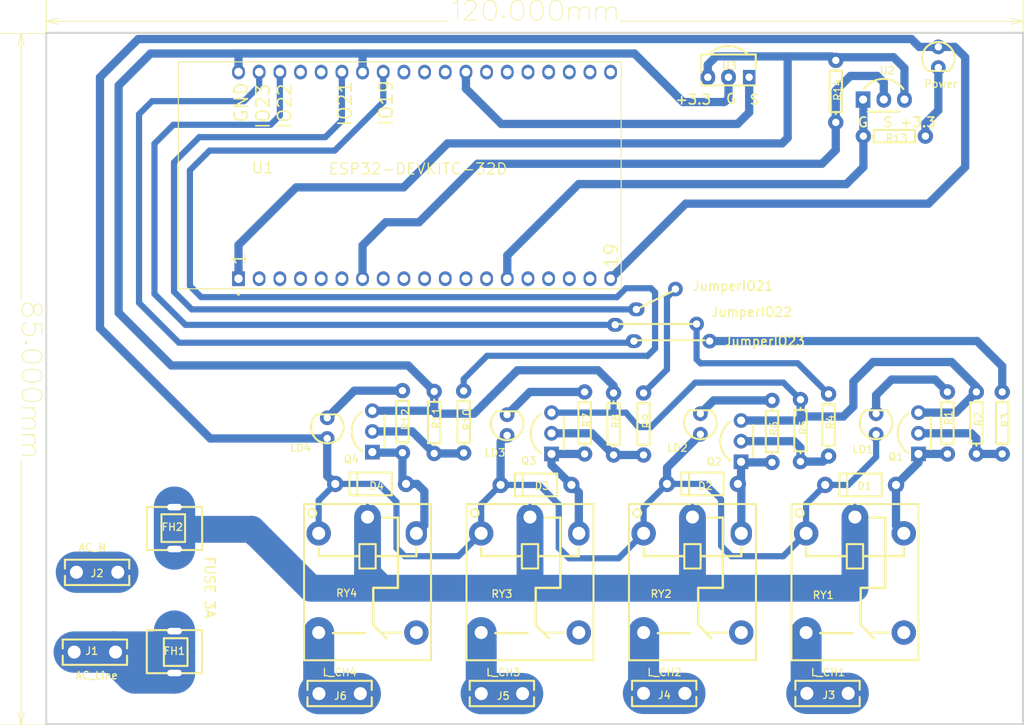
<source format=kicad_pcb>
(kicad_pcb (version 20240108) (generator "pcbnew") (generator_version "8.0")
  (layers (0 "F.Cu" signal "TopLayer") (31 "B.Cu" signal "BottomLayer") (34 "B.Paste" user "BottomPasteMaskLayer") (35 "F.Paste" user "TopPasteMaskLayer") (36 "B.SilkS" user "BottomSilkLayer") (37 "F.SilkS" user "TopSilkLayer") (38 "B.Mask" user "BottomSolderMaskLayer") (39 "F.Mask" user "TopSolderMaskLayer") (44 "Edge.Cuts" user "BoardOutLine"))
  (net 0 "")
  (net 1 "U1_J3-6")
  (net 2 "U1_J3-3")
  (net 3 "+5V")
  (net 4 "GND")
  (net 5 "U1_J2-7")
  (net 6 "+3.3V")
  (net 7 "U1_J3-12")
  (net 8 "U1_J3-8")
  (net 9 "LED5_2")
  (net 10 "J2_1")
  (net 11 "U1_J3-2")
  (net 12 "R6_2")
  (net 13 "Q3_2")
  (net 14 "R12_2")
  (net 15 "R10_1")
  (net 16 "D4_2")
  (net 17 "LD3_2")
  (net 18 "Q3_1")
  (net 19 "R4_1")
  (net 20 "D2_2")
  (net 21 "LD1_2")
  (net 22 "Q1_2")
  (net 23 "Q1_1")
  (net 24 "FH1_1")
  (net 25 "RY4_2")
  (net 26 "RY3_2")
  (net 27 "RY1_2")
  (net 28 "RY2_2")
  (net 29 "RY1_5")
  (net 30 "RY1_3")
  (net 31 "RY2_3")
  (net 32 "RY3_3")
  (net 33 "RY4_3")
  (net 34 "U1_J3-19")
  (net 35 "U1_J3-18")
  (net 36 "U1_J3-17")
  (net 37 "U1_J3-16")
  (net 38 "U1_J3-15")
  (net 39 "U1_J3-14")
  (net 40 "U1_J3-13")
  (net 41 "U1_J3-11")
  (net 42 "U1_J3-10")
  (net 43 "U1_J3-9")
  (net 44 "U1_J3-5")
  (net 45 "U1_J3-4")
  (net 46 "U1_J2-18")
  (net 47 "U1_J2-17")
  (net 48 "U1_J2-16")
  (net 49 "U1_J2-15")
  (net 50 "U1_J2-13")
  (net 51 "U1_J2-12")
  (net 52 "U1_J2-11")
  (net 53 "U1_J2-10")
  (net 54 "U1_J2-9")
  (net 55 "U1_J2-8")
  (net 56 "U1_J2-6")
  (net 57 "U1_J2-5")
  (net 58 "U1_J2-4")
  (net 59 "U1_J2-3")
  (net 60 "U1_J2-2")
  (footprint "Pad_gge10248" (layer "F.Cu") (at 167.2998 91.5001)
    (property "Reference" "Pad_gge10248" (hide yes))
    (property "Value" "Pad_gge10248" (hide yes))
  )
  (footprint "RELAY-TH_SRD-XXVDC-XL-C" (layer "F.Cu") (at 169.3952 126.63305 -90)
    (property "Reference" "RY2")
    (property "Value" "CH2" (hide yes))
  )
  (footprint "LED-TH_BD3.0_RED" (layer "F.Cu") (at 146.6177 108.21805 180)
    (property "Reference" "LD3")
    (property "Value" "CH3" (hide yes))
  )
  (footprint "LED-TH_BD3.0_RED" (layer "F.Cu") (at 199.5998 63)
    (property "Reference" "LED5" (hide yes))
    (property "Value" "Power")
  )
  (footprint "R_AXIAL-0.3" (layer "F.Cu") (at 156.1427 107.96405 90)
    (property "Reference" "R7")
    (property "Value" "1.5k" (hide yes))
  )
  (footprint "DO-41_BD2.4-L4.7-P8.70-D0.9-RD" (layer "F.Cu") (at 150.1737 115.58405)
    (property "Reference" "D3")
    (property "Value" "1N4007" (hide yes))
  )
  (footprint "Hole_gge5085" (layer "F.Cu") (at 92.794 142.423)
    (property "Reference" "Hole_gge5085" (hide yes))
    (property "Value" "Hole_gge5085" (hide yes))
  )
  (footprint "TO-92-3_L4.9-W3.7-P2.54-L" (layer "F.Cu") (at 175.3636 110.20395 90)
    (property "Reference" "Q2")
    (property "Value" "BC338" (hide yes))
  )
  (footprint "R_AXIAL-0.3" (layer "F.Cu") (at 179.1636 109.00395 90)
    (property "Reference" "R6")
    (property "Value" "1.5k" (hide yes))
  )
  (footprint "R_AXIAL-0.3" (layer "F.Cu") (at 141.2837 107.83705 90)
    (property "Reference" "R10")
    (property "Value" "1k" (hide yes))
  )
  (footprint "COMM-SMD_ESP32-DEVKITC-32D" (layer "F.Cu") (at 136.482 77.526 90)
    (property "Reference" "U1")
    (property "Value" "ESP32-DEVKITC-32D")
  )
  (footprint "Hole_gge5100" (layer "F.Cu") (at 207.094 142.296)
    (property "Reference" "Hole_gge5100" (hide yes))
    (property "Value" "Hole_gge5100" (hide yes))
  )
  (footprint "DO-41_BD2.4-L4.7-P8.70-D0.9-RD" (layer "F.Cu") (at 129.8537 115.45705)
    (property "Reference" "D4")
    (property "Value" "1N4007" (hide yes))
  )
  (footprint "R_AXIAL-0.3" (layer "F.Cu") (at 159.6987 108.09105 -90)
    (property "Reference" "R8")
    (property "Value" "10k" (hide yes))
  )
  (footprint "R_AXIAL-0.3" (layer "F.Cu") (at 204.2757 107.96405 -90)
    (property "Reference" "R2")
    (property "Value" "10k" (hide yes))
  )
  (footprint "CONN-TH_63849-1" (layer "F.Cu") (at 126.0437 141.23805 180)
    (property "Reference" "J6")
    (property "Value" "L_CH4")
  )
  (footprint "R_AXIAL-0.3" (layer "F.Cu") (at 200.7197 107.96405 90)
    (property "Reference" "R1")
    (property "Value" "1.5k" (hide yes))
  )
  (footprint "FUSE-TH_5X20RHOSFUSECLIP-SEAT" (layer "F.Cu") (at 105.756 136.13 -90)
    (property "Reference" "FH1")
    (property "Value" "5x20 RHOS Fuse clip/seat" (hide yes))
  )
  (footprint "OPTO-TH_VS1838B" (layer "F.Cu") (at 173.82 65.461 180)
    (property "Reference" "U3")
    (property "Value" "VS1838B" (hide yes))
  )
  (footprint "LED-TH_BD3.0_RED" (layer "F.Cu") (at 124.5197 108.59905 180)
    (property "Reference" "LD4")
    (property "Value" "CH4" (hide yes))
  )
  (footprint "R_AXIAL-0.3" (layer "F.Cu") (at 133.7636 107.80395 90)
    (property "Reference" "R12")
    (property "Value" "1.5k" (hide yes))
  )
  (footprint "R_AXIAL-0.3" (layer "F.Cu") (at 186.1147 108.21805 90)
    (property "Reference" "R4")
    (property "Value" "1k" (hide yes))
  )
  (footprint "Pad_gge10031" (layer "F.Cu") (at 162.1998 97.8998)
    (property "Reference" "Pad_gge10031" (hide yes))
    (property "Value" "Pad_gge10031" (hide yes))
  )
  (footprint "R_AXIAL-0.3" (layer "F.Cu") (at 194.1998 72.7)
    (property "Reference" "R13")
    (property "Value" "470" (hide yes))
  )
  (footprint "R_AXIAL-0.3" (layer "F.Cu") (at 186.9998 67.2 -90)
    (property "Reference" "R14")
    (property "Value" "3K" (hide yes))
  )
  (footprint "LED-TH_BD3.0_RED" (layer "F.Cu") (at 191.9567 108.09105 180)
    (property "Reference" "LD1")
    (property "Value" "CH1" (hide yes))
  )
  (footprint "CONN-TH_63849-1" (layer "F.Cu") (at 145.9827 141.23805 180)
    (property "Reference" "J5")
    (property "Value" "L_CH3")
  )
  (footprint "CONN-TH_63849-1" (layer "F.Cu") (at 95.977 136.13)
    (property "Reference" "J1")
    (property "Value" "AC_Line")
  )
  (footprint "Hole_gge5052" (layer "F.Cu") (at 92.921 62.54)
    (property "Reference" "Hole_gge5052" (hide yes))
    (property "Value" "Hole_gge5052" (hide yes))
  )
  (footprint "RELAY-TH_SRD-XXVDC-XL-C" (layer "F.Cu") (at 129.474 126.63305 -90)
    (property "Reference" "RY4")
    (property "Value" "CH4" (hide yes))
  )
  (footprint "RELAY-TH_SRD-XXVDC-XL-C" (layer "F.Cu") (at 149.4333 126.63305 -90)
    (property "Reference" "RY3")
    (property "Value" "CH3" (hide yes))
  )
  (footprint "FUSE-TH_5X20RHOSFUSECLIP-SEAT" (layer "F.Cu") (at 105.756 120.89 90)
    (property "Reference" "FH2")
    (property "Value" "5x20 RHOS Fuse clip/seat" (hide yes))
  )
  (footprint "TO-92-3_L4.9-W3.7-P2.54-L" (layer "F.Cu") (at 197.1637 109.23405 90)
    (property "Reference" "Q1")
    (property "Value" "BC338" (hide yes))
  )
  (footprint "R_AXIAL-0.3" (layer "F.Cu") (at 137.6636 107.90395 -90)
    (property "Reference" "R11")
    (property "Value" "10k" (hide yes))
  )
  (footprint "Pad_gge10055" (layer "F.Cu") (at 171.5 97.8998)
    (property "Reference" "Pad_gge10055" (hide yes))
    (property "Value" "Pad_gge10055" (hide yes))
  )
  (footprint "TO-92-3_L4.9-W3.7-P2.54-L" (layer "F.Cu") (at 152.0787 109.23405 90)
    (property "Reference" "Q3")
    (property "Value" "BC338" (hide yes))
  )
  (footprint "R_AXIAL-0.3" (layer "F.Cu") (at 182.6636 108.90395 -90)
    (property "Reference" "R5")
    (property "Value" "10k" (hide yes))
  )
  (footprint "Hole_gge5070" (layer "F.Cu") (at 207.475 62.54)
    (property "Reference" "Hole_gge5070" (hide yes))
    (property "Value" "Hole_gge5070" (hide yes))
  )
  (footprint "DO-41_BD2.4-L4.7-P8.70-D0.9-RD" (layer "F.Cu") (at 170.6207 115.45705)
    (property "Reference" "D2")
    (property "Value" "1N4007" (hide yes))
  )
  (footprint "RELAY-TH_SRD-XXVDC-XL-C" (layer "F.Cu") (at 189.357 126.63305 -90)
    (property "Reference" "RY1")
    (property "Value" "CH1" (hide yes))
  )
  (footprint "DO-41_BD2.4-L4.7-P8.70-D0.9-RD" (layer "F.Cu") (at 190.0517 115.58405)
    (property "Reference" "D1")
    (property "Value" "1N4007" (hide yes))
  )
  (footprint "Pad_gge10216" (layer "F.Cu") (at 159.8998 95.8999)
    (property "Reference" "Pad_gge10216" (hide yes))
    (property "Value" "Pad_gge10216" (hide yes))
  )
  (footprint "Pad_gge10293" (layer "F.Cu") (at 162.5 93.9999)
    (property "Reference" "Pad_gge10293" (hide yes))
    (property "Value" "Pad_gge10293" (hide yes))
  )
  (footprint "CONN-TH_63849-1" (layer "F.Cu") (at 165.9217 141.20805)
    (property "Reference" "J4")
    (property "Value" "L_CH2")
  )
  (footprint "CONN-TH_63849-1" (layer "F.Cu") (at 185.9877 141.20805)
    (property "Reference" "J3")
    (property "Value" "L_CH1")
  )
  (footprint "TO-92-3_L4.9-W3.7-P2.54-L" (layer "F.Cu") (at 192.8998 68.2)
    (property "Reference" "U2")
    (property "Value" "DS18B20+T&R" (hide yes))
  )
  (footprint "Pad_gge10125" (layer "F.Cu") (at 169.8998 95.8)
    (property "Reference" "Pad_gge10125" (hide yes))
    (property "Value" "Pad_gge10125" (hide yes))
  )
  (footprint "R_AXIAL-0.3" (layer "F.Cu") (at 163.3817 108.09105 90)
    (property "Reference" "R9")
    (property "Value" "1k" (hide yes))
  )
  (footprint "R_AXIAL-0.3" (layer "F.Cu") (at 207.4507 107.96405 90)
    (property "Reference" "R3")
    (property "Value" "1k" (hide yes))
  )
  (footprint "CONN-TH_63849-1" (layer "F.Cu") (at 96.2495 126.317)
    (property "Reference" "J2")
    (property "Value" "AC_N")
  )
  (footprint "LED-TH_BD3.0_RED" (layer "F.Cu") (at 170.3667 108.09105 180)
    (property "Reference" "LD2")
    (property "Value" "CH2" (hide yes))
  )
  (footprint "TO-92-3_L4.9-W3.7-P2.54-L" (layer "F.Cu") (at 130.0637 109.00395 90)
    (property "Reference" "Q4")
    (property "Value" "BC338" (hide yes))
  )
  (gr_line (start 87.5102 101.4706) (end 87.1648 101.7017) (stroke (width 0.1016)) (layer "F.SilkS"))
  (gr_line (start 144.3763 56.0147) (end 144.0309 56.129) (stroke (width 0.1016)) (layer "F.SilkS"))
  (gr_line (start 88.4348 98.9763) (end 88.0868 98.9763) (stroke (width 0.1016)) (layer "F.SilkS"))
  (gr_line (start 142.3443 56.0147) (end 142.5755 56.129) (stroke (width 0.1016)) (layer "F.SilkS"))
  (gr_line (start 159.9186 56.9368) (end 160.0329 57.2847) (stroke (width 0.1016)) (layer "F.SilkS"))
  (gr_line (start 145.3009 57.399) (end 145.3009 57.0536) (stroke (width 0.1016)) (layer "F.SilkS"))
  (gr_line (start 87.5102 100.4774) (end 88.0868 100.5917) (stroke (width 0.1016)) (layer "F.SilkS"))
  (gr_line (start 150.7035 56.129) (end 150.358 56.0147) (stroke (width 0.1016)) (layer "F.SilkS"))
  (gr_line (start 89.0114 99.0906) (end 88.4348 98.9763) (stroke (width 0.1016)) (layer "F.SilkS"))
  (gr_line (start 88.6659 109.4131) (end 87.048 109.4131) (stroke (width 0.1016)) (layer "F.SilkS"))
  (gr_line (start 91.524 58.9584) (end 90 58.5774) (stroke (width 0.1016)) (layer "F.SilkS"))
  (gr_line (start 152.7355 56.0147) (end 152.5043 56.0147) (stroke (width 0.1016)) (layer "F.SilkS"))
  (gr_line (start 155.4609 57.2847) (end 155.8063 56.9368) (stroke (width 0.1016)) (layer "F.SilkS"))
  (gr_line (start 88.4348 100.5917) (end 89.0114 100.4774) (stroke (width 0.1016)) (layer "F.SilkS"))
  (gr_line (start 89.3568 101.7017) (end 89.0114 101.4706) (stroke (width 0.1016)) (layer "F.SilkS"))
  (gr_line (start 144.9554 58.3236) (end 145.1866 57.9782) (stroke (width 0.1016)) (layer "F.SilkS"))
  (gr_line (start 89.4737 104.4246) (end 89.3568 104.0791) (stroke (width 0.1016)) (layer "F.SilkS"))
  (gr_line (start 88.318 94.4957) (end 88.0868 94.7269) (stroke (width 0.1016)) (layer "F.SilkS"))
  (gr_line (start 88.5491 107.2668) (end 88.2037 107.3811) (stroke (width 0.1016)) (layer "F.SilkS"))
  (gr_line (start 150.9346 56.477) (end 150.7035 56.129) (stroke (width 0.1016)) (layer "F.SilkS"))
  (gr_line (start 151.8134 57.399) (end 151.9277 57.9782) (stroke (width 0.1016)) (layer "F.SilkS"))
  (gr_line (start 87.2791 94.7269) (end 87.1648 94.6126) (stroke (width 0.1016)) (layer "F.SilkS"))
  (gr_line (start 87.1648 105.0037) (end 87.5102 105.2348) (stroke (width 0.1016)) (layer "F.SilkS"))
  (gr_line (start 87.3959 98.1) (end 87.5102 98.2143) (stroke (width 0.1016)) (layer "F.SilkS"))
  (gr_line (start 156.6166 56.9368) (end 156.7309 57.2847) (stroke (width 0.1016)) (layer "F.SilkS"))
  (gr_line (start 87.048 104.4246) (end 87.048 104.6557) (stroke (width 0.1016)) (layer "F.SilkS"))
  (gr_line (start 149.4335 57.0536) (end 149.4335 57.399) (stroke (width 0.1016)) (layer "F.SilkS"))
  (gr_line (start 143.7997 57.9782) (end 144.0309 58.3236) (stroke (width 0.1016)) (layer "F.SilkS"))
  (gr_line (start 144.6075 56.0147) (end 144.3763 56.0147) (stroke (width 0.1016)) (layer "F.SilkS"))
  (gr_line (start 88.6659 96.1823) (end 88.6659 96.5277) (stroke (width 0.1016)) (layer "F.SilkS"))
  (gr_line (start 146.1772 58.0925) (end 146.294 57.9782) (stroke (width 0.1016)) (layer "F.SilkS"))
  (gr_line (start 149.7814 58.3236) (end 150.1269 58.4379) (stroke (width 0.1016)) (layer "F.SilkS"))
  (gr_line (start 144.9554 56.129) (end 144.6075 56.0147) (stroke (width 0.1016)) (layer "F.SilkS"))
  (gr_line (start 87.5102 98.2143) (end 87.6245 98.1) (stroke (width 0.1016)) (layer "F.SilkS"))
  (gr_line (start 147.1703 56.477) (end 147.056 57.0536) (stroke (width 0.1016)) (layer "F.SilkS"))
  (gr_line (start 146.1772 57.8613) (end 146.0629 57.9782) (stroke (width 0.1016)) (layer "F.SilkS"))
  (gr_line (start 89.3568 93.4569) (end 89.1257 93.3426) (stroke (width 0.1016)) (layer "F.SilkS"))
  (gr_line (start 153.3146 56.477) (end 153.0834 56.129) (stroke (width 0.1016)) (layer "F.SilkS"))
  (gr_line (start 88.5491 107.7266) (end 88.6659 107.9577) (stroke (width 0.1016)) (layer "F.SilkS"))
  (gr_line (start 155.1154 56.8225) (end 155.3466 56.9368) (stroke (width 0.1016)) (layer "F.SilkS"))
  (gr_line (start 160.0329 57.2847) (end 160.0329 58.4379) (stroke (width 0.1016)) (layer "F.SilkS"))
  (gr_line (start 88.5491 93.688) (end 88.4348 94.1503) (stroke (width 0.1016)) (layer "F.SilkS"))
  (gr_line (start 87.8557 93.2257) (end 88.0868 93.3426) (stroke (width 0.1016)) (layer "F.SilkS"))
  (gr_line (start 88.6659 93.4569) (end 88.5491 93.688) (stroke (width 0.1016)) (layer "F.SilkS"))
  (gr_line (start 147.056 57.399) (end 147.1703 57.9782) (stroke (width 0.1016)) (layer "F.SilkS"))
  (gr_line (start 87.048 96.1823) (end 87.1648 95.8368) (stroke (width 0.1016)) (layer "F.SilkS"))
  (gr_line (start 158.7629 57.2847) (end 158.7629 58.4379) (stroke (width 0.1016)) (layer "F.SilkS"))
  (gr_line (start 147.056 57.0536) (end 147.056 57.399) (stroke (width 0.1016)) (layer "F.SilkS"))
  (gr_line (start 88.4348 102.9717) (end 89.0114 102.8549) (stroke (width 0.1016)) (layer "F.SilkS"))
  (gr_line (start 87.5102 103.848) (end 87.1648 104.0791) (stroke (width 0.1016)) (layer "F.SilkS"))
  (gr_line (start 151.9277 56.477) (end 151.8134 57.0536) (stroke (width 0.1016)) (layer "F.SilkS"))
  (gr_line (start 149.5503 57.9782) (end 149.7814 58.3236) (stroke (width 0.1016)) (layer "F.SilkS"))
  (gr_line (start 88.6659 94.6126) (end 88.8945 94.7269) (stroke (width 0.1016)) (layer "F.SilkS"))
  (gr_line (start 87.3959 97.1068) (end 87.1648 96.8757) (stroke (width 0.1016)) (layer "F.SilkS"))
  (gr_line (start 155.4609 57.2847) (end 155.4609 58.4379) (stroke (width 0.1016)) (layer "F.SilkS"))
  (gr_line (start 142.6923 56.2459) (end 142.8066 56.477) (stroke (width 0.1016)) (layer "F.SilkS"))
  (gr_line (start 87.5102 93.2257) (end 87.8557 93.2257) (stroke (width 0.1016)) (layer "F.SilkS"))
  (gr_line (start 88.2037 107.3811) (end 87.048 107.3811) (stroke (width 0.1016)) (layer "F.SilkS"))
  (gr_line (start 87.5102 105.2348) (end 88.0868 105.3491) (stroke (width 0.1016)) (layer "F.SilkS"))
  (gr_line (start 141.5366 56.2459) (end 141.6534 56.129) (stroke (width 0.1016)) (layer "F.SilkS"))
  (gr_line (start 89.0114 103.848) (end 88.4348 103.7337) (stroke (width 0.1016)) (layer "F.SilkS"))
  (gr_line (start 141.6534 56.129) (end 141.8846 56.0147) (stroke (width 0.1016)) (layer "F.SilkS"))
  (gr_line (start 152.7355 58.4379) (end 153.0834 58.3236) (stroke (width 0.1016)) (layer "F.SilkS"))
  (gr_line (start 156.0375 56.8225) (end 156.3854 56.8225) (stroke (width 0.1016)) (layer "F.SilkS"))
  (gr_line (start 156.3854 56.8225) (end 156.6166 56.9368) (stroke (width 0.1016)) (layer "F.SilkS"))
  (gr_line (start 87.1648 95.8368) (end 87.2791 95.72) (stroke (width 0.1016)) (layer "F.SilkS"))
  (gr_line (start 142.8066 56.477) (end 142.8066 56.7082) (stroke (width 0.1016)) (layer "F.SilkS"))
  (gr_line (start 89.1257 93.3426) (end 88.8945 93.3426) (stroke (width 0.1016)) (layer "F.SilkS"))
  (gr_line (start 209.9998 58.5774) (end 208.4758 58.1964) (stroke (width 0.1016)) (layer "F.SilkS"))
  (gr_line (start 148.6715 57.399) (end 148.6715 57.0536) (stroke (width 0.1016)) (layer "F.SilkS"))
  (gr_line (start 148.326 56.129) (end 147.9806 56.0147) (stroke (width 0.1016)) (layer "F.SilkS"))
  (gr_line (start 86.9098 145.09) (end 86.9098 112.4614) (stroke (width 0.1016)) (layer "F.SilkS"))
  (gr_line (start 153.4289 57.0536) (end 153.3146 56.477) (stroke (width 0.1016)) (layer "F.SilkS"))
  (gr_line (start 87.1648 99.3217) (end 87.048 99.6697) (stroke (width 0.1016)) (layer "F.SilkS"))
  (gr_line (start 89.3568 94.6126) (end 89.4737 94.2646) (stroke (width 0.1016)) (layer "F.SilkS"))
  (gr_line (start 88.6659 109.9897) (end 88.6659 110.3377) (stroke (width 0.1016)) (layer "F.SilkS"))
  (gr_line (start 88.5491 95.8368) (end 88.6659 96.1823) (stroke (width 0.1016)) (layer "F.SilkS"))
  (gr_line (start 89.1257 94.7269) (end 89.3568 94.6126) (stroke (width 0.1016)) (layer "F.SilkS"))
  (gr_line (start 88.4348 94.1503) (end 88.318 94.4957) (stroke (width 0.1016)) (layer "F.SilkS"))
  (gr_line (start 87.8557 94.8437) (end 87.5102 94.8437) (stroke (width 0.1016)) (layer "F.SilkS"))
  (gr_line (start 89.0114 102.8549) (end 89.3568 102.6237) (stroke (width 0.1016)) (layer "F.SilkS"))
  (gr_line (start 87.048 102.0471) (end 87.048 102.2783) (stroke (width 0.1016)) (layer "F.SilkS"))
  (gr_line (start 150.1269 56.0147) (end 149.7814 56.129) (stroke (width 0.1016)) (layer "F.SilkS"))
  (gr_line (start 89.4737 102.0471) (end 89.3568 101.7017) (stroke (width 0.1016)) (layer "F.SilkS"))
  (gr_line (start 90 60) (end 90 56.0374) (stroke (width 0.1016)) (layer "F.SilkS"))
  (gr_line (start 88.6659 96.5277) (end 88.5491 96.8757) (stroke (width 0.1016)) (layer "F.SilkS"))
  (gr_line (start 144.6075 58.4379) (end 144.9554 58.3236) (stroke (width 0.1016)) (layer "F.SilkS"))
  (gr_line (start 88.0868 100.5917) (end 88.4348 100.5917) (stroke (width 0.1016)) (layer "F.SilkS"))
  (gr_line (start 153.4289 57.399) (end 153.4289 57.0536) (stroke (width 0.1016)) (layer "F.SilkS"))
  (gr_line (start 88.2037 107.3811) (end 88.5491 107.7266) (stroke (width 0.1016)) (layer "F.SilkS"))
  (gr_line (start 147.9806 56.0147) (end 147.7494 56.0147) (stroke (width 0.1016)) (layer "F.SilkS"))
  (gr_line (start 88.6659 106.6877) (end 88.6659 107.0357) (stroke (width 0.1016)) (layer "F.SilkS"))
  (gr_line (start 153.0834 56.129) (end 152.7355 56.0147) (stroke (width 0.1016)) (layer "F.SilkS"))
  (gr_line (start 209.9998 60) (end 209.9998 56.0374) (stroke (width 0.1016)) (layer "F.SilkS"))
  (gr_line (start 150.9346 57.9782) (end 151.0514 57.399) (stroke (width 0.1016)) (layer "F.SilkS"))
  (gr_line (start 87.1648 102.6237) (end 87.5102 102.8549) (stroke (width 0.1016)) (layer "F.SilkS"))
  (gr_line (start 90 145.09) (end 84.3698 145.09) (stroke (width 0.1016)) (layer "F.SilkS"))
  (gr_line (start 151.8134 57.0536) (end 151.8134 57.399) (stroke (width 0.1016)) (layer "F.SilkS"))
  (gr_line (start 87.1648 94.6126) (end 87.048 94.2646) (stroke (width 0.1016)) (layer "F.SilkS"))
  (gr_line (start 143.6854 57.399) (end 143.7997 57.9782) (stroke (width 0.1016)) (layer "F.SilkS"))
  (gr_line (start 147.9806 58.4379) (end 148.326 58.3236) (stroke (width 0.1016)) (layer "F.SilkS"))
  (gr_line (start 153.0834 58.3236) (end 153.3146 57.9782) (stroke (width 0.1016)) (layer "F.SilkS"))
  (gr_line (start 150.1269 58.4379) (end 150.358 58.4379) (stroke (width 0.1016)) (layer "F.SilkS"))
  (gr_line (start 89.4737 93.8048) (end 89.3568 93.4569) (stroke (width 0.1016)) (layer "F.SilkS"))
  (gr_line (start 86.9098 60.0902) (end 86.5288 61.6142) (stroke (width 0.1016)) (layer "F.SilkS"))
  (gr_line (start 88.5491 111.8388) (end 88.2037 111.9531) (stroke (width 0.1016)) (layer "F.SilkS"))
  (gr_line (start 87.1648 104.0791) (end 87.048 104.4246) (stroke (width 0.1016)) (layer "F.SilkS"))
  (gr_line (start 88.6659 111.2597) (end 88.6659 111.6077) (stroke (width 0.1016)) (layer "F.SilkS"))
  (gr_line (start 88.5491 110.5688) (end 88.2037 110.6831) (stroke (width 0.1016)) (layer "F.SilkS"))
  (gr_line (start 160.5409 58.5774) (end 209.9998 58.5774) (stroke (width 0.1016)) (layer "F.SilkS"))
  (gr_line (start 159.1083 56.9368) (end 159.3395 56.8225) (stroke (width 0.1016)) (layer "F.SilkS"))
  (gr_line (start 151.0514 57.399) (end 151.0514 57.0536) (stroke (width 0.1016)) (layer "F.SilkS"))
  (gr_line (start 88.2037 108.6511) (end 87.048 108.6511) (stroke (width 0.1016)) (layer "F.SilkS"))
  (gr_line (start 154.1909 57.2847) (end 154.5363 56.9368) (stroke (width 0.1016)) (layer "F.SilkS"))
  (gr_line (start 145.1866 57.9782) (end 145.3009 57.399) (stroke (width 0.1016)) (layer "F.SilkS"))
  (gr_line (start 158.0695 56.8225) (end 158.4174 56.8225) (stroke (width 0.1016)) (layer "F.SilkS"))
  (gr_line (start 87.1648 96.8757) (end 87.048 96.5277) (stroke (width 0.1016)) (layer "F.SilkS"))
  (gr_line (start 88.5491 109.7586) (end 88.6659 109.9897) (stroke (width 0.1016)) (layer "F.SilkS"))
  (gr_line (start 88.6659 110.3377) (end 88.5491 110.5688) (stroke (width 0.1016)) (layer "F.SilkS"))
  (gr_line (start 162.4999 97.7999) (end 170.8819 97.7999) (stroke (width 0.254)) (layer "F.SilkS"))
  (gr_line (start 88.0868 103.7337) (end 87.5102 103.848) (stroke (width 0.1016)) (layer "F.SilkS"))
  (gr_line (start 157.4929 57.2847) (end 157.8383 56.9368) (stroke (width 0.1016)) (layer "F.SilkS"))
  (gr_line (start 87.5102 97.9831) (end 87.3959 98.1) (stroke (width 0.1016)) (layer "F.SilkS"))
  (gr_line (start 88.5491 96.8757) (end 88.318 97.1068) (stroke (width 0.1016)) (layer "F.SilkS"))
  (gr_line (start 88.4348 103.7337) (end 88.0868 103.7337) (stroke (width 0.1016)) (layer "F.SilkS"))
  (gr_line (start 87.2908 61.6142) (end 86.9098 60.0902) (stroke (width 0.1016)) (layer "F.SilkS"))
  (gr_line (start 89.3568 104.0791) (end 89.0114 103.848) (stroke (width 0.1016)) (layer "F.SilkS"))
  (gr_line (start 87.048 102.2783) (end 87.1648 102.6237) (stroke (width 0.1016)) (layer "F.SilkS"))
  (gr_line (start 147.4015 56.129) (end 147.1703 56.477) (stroke (width 0.1016)) (layer "F.SilkS"))
  (gr_line (start 88.5491 106.4566) (end 88.6659 106.6877) (stroke (width 0.1016)) (layer "F.SilkS"))
  (gr_line (start 155.3466 56.9368) (end 155.4609 57.2847) (stroke (width 0.1016)) (layer "F.SilkS"))
  (gr_line (start 87.1648 101.7017) (end 87.048 102.0471) (stroke (width 0.1016)) (layer "F.SilkS"))
  (gr_line (start 87.048 99.9008) (end 87.1648 100.2463) (stroke (width 0.1016)) (layer "F.SilkS"))
  (gr_line (start 150.7035 58.3236) (end 150.9346 57.9782) (stroke (width 0.1016)) (layer "F.SilkS"))
  (gr_line (start 88.5491 108.5368) (end 88.2037 108.6511) (stroke (width 0.1016)) (layer "F.SilkS"))
  (gr_line (start 147.7494 56.0147) (end 147.4015 56.129) (stroke (width 0.1016)) (layer "F.SilkS"))
  (gr_line (start 87.048 93.8048) (end 87.1648 93.4569) (stroke (width 0.1016)) (layer "F.SilkS"))
  (gr_line (start 142.8066 56.7082) (end 142.6923 56.9368) (stroke (width 0.1016)) (layer "F.SilkS"))
  (gr_line (start 142.5755 56.129) (end 142.6923 56.2459) (stroke (width 0.1016)) (layer "F.SilkS"))
  (gr_line (start 88.4348 95.72) (end 88.5491 95.8368) (stroke (width 0.1016)) (layer "F.SilkS"))
  (gr_line (start 87.048 104.6557) (end 87.1648 105.0037) (stroke (width 0.1016)) (layer "F.SilkS"))
  (gr_line (start 89.4737 99.6697) (end 89.3568 99.3217) (stroke (width 0.1016)) (layer "F.SilkS"))
  (gr_line (start 87.1648 100.2463) (end 87.5102 100.4774) (stroke (width 0.1016)) (layer "F.SilkS"))
  (gr_line (start 88.0868 93.3426) (end 88.318 93.5737) (stroke (width 0.1016)) (layer "F.SilkS"))
  (gr_line (start 90 58.5774) (end 91.524 58.1964) (stroke (width 0.1016)) (layer "F.SilkS"))
  (gr_line (start 158.4174 56.8225) (end 158.6486 56.9368) (stroke (width 0.1016)) (layer "F.SilkS"))
  (gr_line (start 151.0514 57.0536) (end 150.9346 56.477) (stroke (width 0.1016)) (layer "F.SilkS"))
  (gr_line (start 156.7309 57.2847) (end 156.7309 58.4379) (stroke (width 0.1016)) (layer "F.SilkS"))
  (gr_line (start 89.4737 104.6557) (end 89.4737 104.4246) (stroke (width 0.1016)) (layer "F.SilkS"))
  (gr_line (start 90 58.5774) (end 139.4589 58.5774) (stroke (width 0.1016)) (layer "F.SilkS"))
  (gr_line (start 88.8945 93.3426) (end 88.6659 93.4569) (stroke (width 0.1016)) (layer "F.SilkS"))
  (gr_line (start 148.326 58.3236) (end 148.5572 57.9782) (stroke (width 0.1016)) (layer "F.SilkS"))
  (gr_line (start 141.4223 56.5913) (end 141.4223 56.477) (stroke (width 0.1016)) (layer "F.SilkS"))
  (gr_line (start 139.9669 56.477) (end 140.198 56.3602) (stroke (width 0.1016)) (layer "F.SilkS"))
  (gr_line (start 87.2908 143.566) (end 86.9098 145.09) (stroke (width 0.1016)) (layer "F.SilkS"))
  (gr_line (start 157.8383 56.9368) (end 158.0695 56.8225) (stroke (width 0.1016)) (layer "F.SilkS"))
  (gr_line (start 151.9277 57.9782) (end 152.1589 58.3236) (stroke (width 0.1016)) (layer "F.SilkS"))
  (gr_line (start 89.4737 96.99) (end 89.4737 95.8368) (stroke (width 0.1016)) (layer "F.SilkS"))
  (gr_line (start 88.6659 108.3057) (end 88.5491 108.5368) (stroke (width 0.1016)) (layer "F.SilkS"))
  (gr_line (start 89.3568 100.2463) (end 89.4737 99.9008) (stroke (width 0.1016)) (layer "F.SilkS"))
  (gr_line (start 141.8846 56.0147) (end 142.3443 56.0147) (stroke (width 0.1016)) (layer "F.SilkS"))
  (gr_line (start 89.3568 105.0037) (end 89.4737 104.6557) (stroke (width 0.1016)) (layer "F.SilkS"))
  (gr_line (start 149.5503 56.477) (end 149.4335 57.0536) (stroke (width 0.1016)) (layer "F.SilkS"))
  (gr_line (start 86.9098 145.09) (end 86.5288 143.566) (stroke (width 0.1016)) (layer "F.SilkS"))
  (gr_line (start 141.3055 58.4379) (end 142.9234 58.4379) (stroke (width 0.1016)) (layer "F.SilkS"))
  (gr_line (start 88.2037 110.6831) (end 88.5491 111.0286) (stroke (width 0.1016)) (layer "F.SilkS"))
  (gr_line (start 88.0868 101.3537) (end 87.5102 101.4706) (stroke (width 0.1016)) (layer "F.SilkS"))
  (gr_line (start 90 60.0902) (end 84.3698 60.0902) (stroke (width 0.1016)) (layer "F.SilkS"))
  (gr_line (start 87.2791 93.3426) (end 87.5102 93.2257) (stroke (width 0.1016)) (layer "F.SilkS"))
  (gr_line (start 152.5043 58.4379) (end 152.7355 58.4379) (stroke (width 0.1016)) (layer "F.SilkS"))
  (gr_line (start 160.2999 95.7999) (end 169.3999 95.7999) (stroke (width 0.254)) (layer "F.SilkS"))
  (gr_line (start 146.294 57.9782) (end 146.1772 57.8613) (stroke (width 0.1016)) (layer "F.SilkS"))
  (gr_line (start 144.0309 56.129) (end 143.7997 56.477) (stroke (width 0.1016)) (layer "F.SilkS"))
  (gr_line (start 88.318 97.1068) (end 87.9725 97.2211) (stroke (width 0.1016)) (layer "F.SilkS"))
  (gr_line (start 149.7814 56.129) (end 149.5503 56.477) (stroke (width 0.1016)) (layer "F.SilkS"))
  (gr_line (start 87.048 94.2646) (end 87.048 93.8048) (stroke (width 0.1016)) (layer "F.SilkS"))
  (gr_line (start 87.6245 98.1) (end 87.5102 97.9831) (stroke (width 0.1016)) (layer "F.SilkS"))
  (gr_line (start 147.1703 57.9782) (end 147.4015 58.3236) (stroke (width 0.1016)) (layer "F.SilkS"))
  (gr_line (start 149.4335 57.399) (end 149.5503 57.9782) (stroke (width 0.1016)) (layer "F.SilkS"))
  (gr_line (start 152.5043 56.0147) (end 152.1589 56.129) (stroke (width 0.1016)) (layer "F.SilkS"))
  (gr_line (start 88.6659 107.9577) (end 88.6659 108.3057) (stroke (width 0.1016)) (layer "F.SilkS"))
  (gr_line (start 154.5363 56.9368) (end 154.7675 56.8225) (stroke (width 0.1016)) (layer "F.SilkS"))
  (gr_line (start 154.1909 56.8225) (end 154.1909 58.4379) (stroke (width 0.1016)) (layer "F.SilkS"))
  (gr_line (start 88.5491 94.3814) (end 88.6659 94.6126) (stroke (width 0.1016)) (layer "F.SilkS"))
  (gr_line (start 88.0868 94.7269) (end 87.8557 94.8437) (stroke (width 0.1016)) (layer "F.SilkS"))
  (gr_line (start 87.2791 95.72) (end 87.5102 95.6057) (stroke (width 0.1016)) (layer "F.SilkS"))
  (gr_line (start 87.048 99.6697) (end 87.048 99.9008) (stroke (width 0.1016)) (layer "F.SilkS"))
  (gr_line (start 153.3146 57.9782) (end 153.4289 57.399) (stroke (width 0.1016)) (layer "F.SilkS"))
  (gr_line (start 146.0629 57.9782) (end 146.1772 58.0925) (stroke (width 0.1016)) (layer "F.SilkS"))
  (gr_line (start 87.7414 97.2211) (end 87.3959 97.1068) (stroke (width 0.1016)) (layer "F.SilkS"))
  (gr_line (start 88.2037 109.4131) (end 88.5491 109.7586) (stroke (width 0.1016)) (layer "F.SilkS"))
  (gr_line (start 147.7494 58.4379) (end 147.9806 58.4379) (stroke (width 0.1016)) (layer "F.SilkS"))
  (gr_line (start 145.3009 57.0536) (end 145.1866 56.477) (stroke (width 0.1016)) (layer "F.SilkS"))
  (gr_line (start 89.0114 100.4774) (end 89.3568 100.2463) (stroke (width 0.1016)) (layer "F.SilkS"))
  (gr_line (start 152.1589 58.3236) (end 152.5043 58.4379) (stroke (width 0.1016)) (layer "F.SilkS"))
  (gr_line (start 155.8063 56.9368) (end 156.0375 56.8225) (stroke (width 0.1016)) (layer "F.SilkS"))
  (gr_line (start 88.8945 94.7269) (end 89.1257 94.7269) (stroke (width 0.1016)) (layer "F.SilkS"))
  (gr_line (start 144.3763 58.4379) (end 144.6075 58.4379) (stroke (width 0.1016)) (layer "F.SilkS"))
  (gr_line (start 87.5102 102.8549) (end 88.0868 102.9717) (stroke (width 0.1016)) (layer "F.SilkS"))
  (gr_line (start 89.4737 94.2646) (end 89.4737 93.8048) (stroke (width 0.1016)) (layer "F.SilkS"))
  (gr_line (start 166.901 91.8008) (end 167.2008 91.623) (stroke (width 0.254)) (layer "F.SilkS"))
  (gr_line (start 142.6923 56.9368) (end 142.4612 57.2847) (stroke (width 0.1016)) (layer "F.SilkS"))
  (gr_line (start 88.2037 106.1111) (end 88.5491 106.4566) (stroke (width 0.1016)) (layer "F.SilkS"))
  (gr_line (start 143.6854 57.0536) (end 143.6854 57.399) (stroke (width 0.1016)) (layer "F.SilkS"))
  (gr_line (start 158.7629 57.2847) (end 159.1083 56.9368) (stroke (width 0.1016)) (layer "F.SilkS"))
  (gr_line (start 88.0868 98.9763) (end 87.5102 99.0906) (stroke (width 0.1016)) (layer "F.SilkS"))
  (gr_line (start 157.4929 56.8225) (end 157.4929 58.4379) (stroke (width 0.1016)) (layer "F.SilkS"))
  (gr_line (start 150.358 58.4379) (end 150.7035 58.3236) (stroke (width 0.1016)) (layer "F.SilkS"))
  (gr_line (start 88.0868 105.3491) (end 88.4348 105.3491) (stroke (width 0.1016)) (layer "F.SilkS"))
  (gr_line (start 89.3568 99.3217) (end 89.0114 99.0906) (stroke (width 0.1016)) (layer "F.SilkS"))
  (gr_line (start 152.1589 56.129) (end 151.9277 56.477) (stroke (width 0.1016)) (layer "F.SilkS"))
  (gr_line (start 89.4737 102.2783) (end 89.4737 102.0471) (stroke (width 0.1016)) (layer "F.SilkS"))
  (gr_line (start 87.9725 97.2211) (end 87.7414 97.2211) (stroke (width 0.1016)) (layer "F.SilkS"))
  (gr_line (start 88.318 93.5737) (end 88.4348 93.9191) (stroke (width 0.1016)) (layer "F.SilkS"))
  (gr_line (start 141.4223 56.477) (end 141.5366 56.2459) (stroke (width 0.1016)) (layer "F.SilkS"))
  (gr_line (start 142.4612 57.2847) (end 141.3055 58.4379) (stroke (width 0.1016)) (layer "F.SilkS"))
  (gr_line (start 88.6659 111.6077) (end 88.5491 111.8388) (stroke (width 0.1016)) (layer "F.SilkS"))
  (gr_line (start 86.9098 92.7187) (end 86.9098 60.0902) (stroke (width 0.1016)) (layer "F.SilkS"))
  (gr_line (start 88.2037 111.9531) (end 87.048 111.9531) (stroke (width 0.1016)) (layer "F.SilkS"))
  (gr_line (start 159.6874 56.8225) (end 159.9186 56.9368) (stroke (width 0.1016)) (layer "F.SilkS"))
  (gr_line (start 87.048 96.5277) (end 87.048 96.1823) (stroke (width 0.1016)) (layer "F.SilkS"))
  (gr_line (start 208.4758 58.9584) (end 209.9998 58.5774) (stroke (width 0.1016)) (layer "F.SilkS"))
  (gr_line (start 140.5435 56.0147) (end 140.5435 58.4379) (stroke (width 0.1016)) (layer "F.SilkS"))
  (gr_line (start 159.3395 56.8225) (end 159.6874 56.8225) (stroke (width 0.1016)) (layer "F.SilkS"))
  (gr_line (start 158.6486 56.9368) (end 158.7629 57.2847) (stroke (width 0.1016)) (layer "F.SilkS"))
  (gr_line (start 147.4015 58.3236) (end 147.7494 58.4379) (stroke (width 0.1016)) (layer "F.SilkS"))
  (gr_line (start 88.4348 101.3537) (end 88.0868 101.3537) (stroke (width 0.1016)) (layer "F.SilkS"))
  (gr_line (start 89.4737 95.8368) (end 88.4348 95.72) (stroke (width 0.1016)) (layer "F.SilkS"))
  (gr_line (start 88.5491 111.0286) (end 88.6659 111.2597) (stroke (width 0.1016)) (layer "F.SilkS"))
  (gr_line (start 162.4992 94.0004) (end 166.901 91.8008) (stroke (width 0.254)) (layer "F.SilkS"))
  (gr_line (start 143.7997 56.477) (end 143.6854 57.0536) (stroke (width 0.1016)) (layer "F.SilkS"))
  (gr_line (start 87.5102 94.8437) (end 87.2791 94.7269) (stroke (width 0.1016)) (layer "F.SilkS"))
  (gr_line (start 150.358 56.0147) (end 150.1269 56.0147) (stroke (width 0.1016)) (layer "F.SilkS"))
  (gr_line (start 148.6715 57.0536) (end 148.5572 56.477) (stroke (width 0.1016)) (layer "F.SilkS"))
  (gr_line (start 89.3568 102.6237) (end 89.4737 102.2783) (stroke (width 0.1016)) (layer "F.SilkS"))
  (gr_line (start 148.5572 56.477) (end 148.326 56.129) (stroke (width 0.1016)) (layer "F.SilkS"))
  (gr_line (start 88.4348 105.3491) (end 89.0114 105.2348) (stroke (width 0.1016)) (layer "F.SilkS"))
  (gr_line (start 154.7675 56.8225) (end 155.1154 56.8225) (stroke (width 0.1016)) (layer "F.SilkS"))
  (gr_line (start 144.0309 58.3236) (end 144.3763 58.4379) (stroke (width 0.1016)) (layer "F.SilkS"))
  (gr_line (start 87.1648 93.4569) (end 87.2791 93.3426) (stroke (width 0.1016)) (layer "F.SilkS"))
  (gr_line (start 88.0868 102.9717) (end 88.4348 102.9717) (stroke (width 0.1016)) (layer "F.SilkS"))
  (gr_line (start 148.5572 57.9782) (end 148.6715 57.399) (stroke (width 0.1016)) (layer "F.SilkS"))
  (gr_line (start 88.6659 107.0357) (end 88.5491 107.2668) (stroke (width 0.1016)) (layer "F.SilkS"))
  (gr_line (start 88.6659 106.1111) (end 87.048 106.1111) (stroke (width 0.1016)) (layer "F.SilkS"))
  (gr_line (start 88.4348 93.9191) (end 88.5491 94.3814) (stroke (width 0.1016)) (layer "F.SilkS"))
  (gr_line (start 145.1866 56.477) (end 144.9554 56.129) (stroke (width 0.1016)) (layer "F.SilkS"))
  (gr_line (start 89.0114 101.4706) (end 88.4348 101.3537) (stroke (width 0.1016)) (layer "F.SilkS"))
  (gr_line (start 89.4737 99.9008) (end 89.4737 99.6697) (stroke (width 0.1016)) (layer "F.SilkS"))
  (gr_line (start 89.0114 105.2348) (end 89.3568 105.0037) (stroke (width 0.1016)) (layer "F.SilkS"))
  (gr_line (start 140.198 56.3602) (end 140.5435 56.0147) (stroke (width 0.1016)) (layer "F.SilkS"))
  (gr_line (start 88.2037 110.6831) (end 87.048 110.6831) (stroke (width 0.1016)) (layer "F.SilkS"))
  (gr_line (start 87.5102 99.0906) (end 87.1648 99.3217) (stroke (width 0.1016)) (layer "F.SilkS"))
  (gr_line (start 90 144.9998) (end 90 60) (stroke (width 0.254)) (layer "Edge.Cuts"))
  (gr_line (start 209.9998 60) (end 209.9998 144.9998) (stroke (width 0.254)) (layer "Edge.Cuts"))
  (gr_line (start 209.9998 144.9998) (end 90 144.9998) (stroke (width 0.254)) (layer "Edge.Cuts"))
  (gr_line (start 90 60) (end 209.9998 60) (stroke (width 0.254)) (layer "Edge.Cuts"))
  (gr_text "G" (at 173.3999 67.3999 0) (layer "F.SilkS") (effects (font (size 1.2 1.2) (thickness 0.2032)) (justify left top)))
  (gr_text "IO23" (at 115.6794 71.938 90) (layer "F.SilkS") (effects (font (size 1.6256 1.6256) (thickness 0.2032)) (justify left top)))
  (gr_text "1" (at 112.7584 88.702 90) (layer "F.SilkS") (effects (font (size 1.6256 1.6256) (thickness 0.2032)) (justify left top)))
  (gr_text "+3.3" (at 194.7998 70.3 0) (layer "F.SilkS") (effects (font (size 1.2 1.2) (thickness 0.2032)) (justify left top)))
  (gr_text "IO22" (at 118.3464 71.938 90) (layer "F.SilkS") (effects (font (size 1.6256 1.6256) (thickness 0.2032)) (justify left top)))
  (gr_text "IO19" (at 130.7924 71.557 90) (layer "F.SilkS") (effects (font (size 1.6256 1.6256) (thickness 0.2032)) (justify left top)))
  (gr_text "JumperIO21" (at 169.2998 90.4799 0) (layer "F.SilkS") (effects (font (size 1.12 1.12) (thickness 0.2)) (justify left top)))
  (gr_text "S" (at 192.6998 70.3 0) (layer "F.SilkS") (effects (font (size 1.2 1.2) (thickness 0.2032)) (justify left top)))
  (gr_text "IO21" (at 125.7635 71.6329 90) (layer "F.SilkS") (effects (font (size 1.6256 1.6256) (thickness 0.2032)) (justify left top)))
  (gr_text "FUSE 3A" (at 110.7881 124.2301 -90) (layer "F.SilkS") (effects (font (size 1.2 1.2) (thickness 0.2032)) (justify left top)))
  (gr_text "JumperIO23" (at 173.1997 97.28 0) (layer "F.SilkS") (effects (font (size 1.12 1.12) (thickness 0.2)) (justify left top)))
  (gr_text "+3.3" (at 167.1997 67.5 0) (layer "F.SilkS") (effects (font (size 1.2 1.2) (thickness 0.2032)) (justify left top)))
  (gr_text "19" (at 158.4784 89.083 90) (layer "F.SilkS") (effects (font (size 1.6256 1.6256) (thickness 0.2032)) (justify left top)))
  (gr_text "JumperIO22" (at 171.5998 93.68 0) (layer "F.SilkS") (effects (font (size 1.12 1.12) (thickness 0.2)) (justify left top)))
  (gr_text "G" (at 189.5998 70.3 0) (layer "F.SilkS") (effects (font (size 1.2 1.2) (thickness 0.2032)) (justify left top)))
  (gr_text "S" (at 176.2998 67.5 0) (layer "F.SilkS") (effects (font (size 1.2 1.2) (thickness 0.2032)) (justify left top)))
  (gr_text "GND" (at 113.0124 71.176 90) (layer "F.SilkS") (effects (font (size 1.6256 1.6256) (thickness 0.2032)) (justify left top)))
  (segment (start 166.2595 92.5404) (end 167.2998 91.5001) (width 0.762) (layer "B.Cu") (net 1))
  (segment (start 166.2595 101.40325) (end 166.2595 92.5404) (width 0.762) (layer "B.Cu") (net 1))
  (segment (start 163.3817 104.28105) (end 166.2595 101.40325) (width 0.762) (layer "B.Cu") (net 1))
  (segment (start 126.322 64.826) (end 126.322 70.795) (width 0.762) (layer "B.Cu") (net 1))
  (segment (start 107.8714 94.0004) (end 162.4992 94.0004) (width 0.762) (layer "B.Cu") (net 1))
  (segment (start 105.6997 75.9233) (end 105.6997 91.8287) (width 0.762) (layer "B.Cu") (net 1))
  (segment (start 124.29 72.827) (end 108.796 72.827) (width 0.762) (layer "B.Cu") (net 1))
  (segment (start 126.322 70.795) (end 124.29 72.827) (width 0.762) (layer "B.Cu") (net 1))
  (segment (start 108.796 72.827) (end 105.6997 75.9233) (width 0.762) (layer "B.Cu") (net 1))
  (segment (start 105.6997 91.8287) (end 107.8714 94.0004) (width 0.762) (layer "B.Cu") (net 1))
  (segment (start 118.702 70.16) (end 117.559 71.303) (width 0.762) (layer "B.Cu") (net 2))
  (segment (start 170.42 100.624) (end 182.33065 100.624) (width 0.762) (layer "B.Cu") (net 2))
  (segment (start 170.398 100.646) (end 169.8998 100.1478) (width 0.762) (layer "B.Cu") (net 2))
  (segment (start 170.398 100.646) (end 170.42 100.624) (width 0.762) (layer "B.Cu") (net 2))
  (segment (start 103.2994 73.6246) (end 103.2994 92.1005) (width 0.762) (layer "B.Cu") (net 2))
  (segment (start 182.33065 100.624) (end 186.1147 104.40805) (width 0.762) (layer "B.Cu") (net 2))
  (segment (start 103.2994 92.1005) (end 107.0993 95.9004) (width 0.762) (layer "B.Cu") (net 2))
  (segment (start 117.559 71.303) (end 105.621 71.303) (width 0.762) (layer "B.Cu") (net 2))
  (segment (start 118.702 64.826) (end 118.702 70.16) (width 0.762) (layer "B.Cu") (net 2))
  (segment (start 169.8998 100.1478) (end 169.8998 95.8) (width 0.762) (layer "B.Cu") (net 2))
  (segment (start 105.621 71.303) (end 103.2994 73.6246) (width 0.762) (layer "B.Cu") (net 2))
  (segment (start 107.0993 95.9004) (end 159.9008 95.9004) (width 0.762) (layer "B.Cu") (net 2))
  (segment (start 160.3261 124.60105) (end 163.3944 121.53275) (width 0.762) (layer "B.Cu") (net 3))
  (segment (start 150.5547 115.58405) (end 152.9677 117.99705) (width 0.762) (layer "B.Cu") (net 3))
  (segment (start 172.9067 117.36205) (end 172.9067 123.07705) (width 0.762) (layer "B.Cu") (net 3))
  (segment (start 140.6182 124.34705) (end 143.4325 121.53275) (width 0.762) (layer "B.Cu") (net 3))
  (segment (start 145.8237 110.28205) (end 146.6177 109.48805) (width 1.016) (layer "B.Cu") (net 3))
  (segment (start 125.5037 115.45705) (end 124.5197 114.47305) (width 1.016) (layer "B.Cu") (net 3))
  (segment (start 145.8237 115.58405) (end 145.8237 110.28205) (width 1.016) (layer "B.Cu") (net 3))
  (segment (start 154.2377 124.60105) (end 160.3261 124.60105) (width 0.762) (layer "B.Cu") (net 3))
  (segment (start 101.303 60.762) (end 96.604 65.461) (width 1.016) (layer "B.Cu") (net 3))
  (segment (start 180.543 124.34705) (end 183.357 121.53295) (width 0.762) (layer "B.Cu") (net 3))
  (segment (start 96.604 96.322) (end 110.15105 109.86905) (width 1.016) (layer "B.Cu") (net 3))
  (segment (start 110.15105 109.86905) (end 124.5197 109.86905) (width 1.016) (layer "B.Cu") (net 3))
  (segment (start 188.5277 115.58405) (end 185.7017 115.58405) (width 0.762) (layer "B.Cu") (net 3))
  (segment (start 124.5197 114.47305) (end 124.5197 109.86905) (width 1.016) (layer "B.Cu") (net 3))
  (segment (start 166.2707 113.45705) (end 170.3667 109.36105) (width 1.016) (layer "B.Cu") (net 3))
  (segment (start 145.8227 115.58405) (end 150.5547 115.58405) (width 0.762) (layer "B.Cu") (net 3))
  (segment (start 130.8164 115.45705) (end 133.0287 117.66935) (width 0.762) (layer "B.Cu") (net 3))
  (segment (start 197.267 61.73) (end 196.299 60.762) (width 1.016) (layer "B.Cu") (net 3))
  (segment (start 152.9677 123.33105) (end 154.2377 124.60105) (width 0.762) (layer "B.Cu") (net 3))
  (segment (start 183.3558 121.53295) (end 183.3558 117.92995) (width 0.762) (layer "B.Cu") (net 3))
  (segment (start 202.8998 76.5005) (end 198.3996 81.0007) (width 1.016) (layer "B.Cu") (net 3))
  (segment (start 198.3996 81.0007) (end 168.5673 81.0007) (width 1.016) (layer "B.Cu") (net 3))
  (segment (start 202.8998 63) (end 202.8998 76.5005) (width 1.016) (layer "B.Cu") (net 3))
  (segment (start 201.6298 61.73) (end 202.8998 63) (width 1.016) (layer "B.Cu") (net 3))
  (segment (start 183.3558 117.92995) (end 185.7017 115.58405) (width 0.762) (layer "B.Cu") (net 3))
  (segment (start 166.2707 115.45705) (end 171.0017 115.45705) (width 0.762) (layer "B.Cu") (net 3))
  (segment (start 163.3946 121.53295) (end 163.3946 118.33315) (width 0.762) (layer "B.Cu") (net 3))
  (segment (start 125.5027 115.45705) (end 130.8164 115.45705) (width 0.762) (layer "B.Cu") (net 3))
  (segment (start 123.4727 117.48805) (end 125.5037 115.45705) (width 0.762) (layer "B.Cu") (net 3))
  (segment (start 96.604 65.461) (end 96.604 96.322) (width 1.016) (layer "B.Cu") (net 3))
  (segment (start 163.3946 118.33315) (end 166.2707 115.45705) (width 0.762) (layer "B.Cu") (net 3))
  (segment (start 174.1767 124.34705) (end 180.543 124.34705) (width 0.762) (layer "B.Cu") (net 3))
  (segment (start 143.4338 117.97395) (end 145.8237 115.58405) (width 0.762) (layer "B.Cu") (net 3))
  (segment (start 123.4727 121.53295) (end 123.4727 117.48805) (width 0.762) (layer "B.Cu") (net 3))
  (segment (start 191.9567 112.15505) (end 188.5277 115.58405) (width 0.762) (layer "B.Cu") (net 3))
  (segment (start 199.5997 61.73) (end 197.267 61.73) (width 1.016) (layer "B.Cu") (net 3))
  (segment (start 199.5998 61.73) (end 201.6298 61.73) (width 1.016) (layer "B.Cu") (net 3))
  (segment (start 134.0447 124.34705) (end 140.6182 124.34705) (width 0.762) (layer "B.Cu") (net 3))
  (segment (start 166.2707 115.45705) (end 166.2707 113.45705) (width 1.016) (layer "B.Cu") (net 3))
  (segment (start 133.0287 117.66935) (end 133.0287 123.33105) (width 0.762) (layer "B.Cu") (net 3))
  (segment (start 152.9677 117.99705) (end 152.9677 123.33105) (width 0.762) (layer "B.Cu") (net 3))
  (segment (start 191.9567 109.36105) (end 191.9567 112.15505) (width 0.762) (layer "B.Cu") (net 3))
  (segment (start 171.0017 115.45705) (end 172.9067 117.36205) (width 0.762) (layer "B.Cu") (net 3))
  (segment (start 133.0287 123.33105) (end 134.0447 124.34705) (width 0.762) (layer "B.Cu") (net 3))
  (segment (start 172.9067 123.07705) (end 174.1767 124.34705) (width 0.762) (layer "B.Cu") (net 3))
  (segment (start 143.4338 121.53295) (end 143.4338 117.97395) (width 0.762) (layer "B.Cu") (net 3))
  (segment (start 196.299 60.762) (end 101.303 60.762) (width 1.016) (layer "B.Cu") (net 3))
  (segment (start 168.5673 81.0007) (end 159.342 90.226) (width 1.016) (layer "B.Cu") (net 3))
  (segment (start 182.6857 107.16395) (end 187.9206 107.17415) (width 1.016) (layer "B.Cu") (net 4))
  (segment (start 152.0787 106.69405) (end 159.6987 106.69405) (width 0.762) (layer "B.Cu") (net 4))
  (segment (start 189.1627 102.88405) (end 191.5757 100.47105) (width 1.016) (layer "B.Cu") (net 4))
  (segment (start 98.89 94.417) (end 98.89 66.477) (width 1.016) (layer "B.Cu") (net 4))
  (segment (start 173.82 68.128) (end 173.82 65.461) (width 1.016) (layer "B.Cu") (net 4))
  (segment (start 102.827 62.54) (end 162.263 62.54) (width 1.016) (layer "B.Cu") (net 4))
  (segment (start 190.3897 72.7) (end 190.3897 68.2298) (width 1.016) (layer "B.Cu") (net 4))
  (segment (start 128.862 64.826) (end 128.862 62.54) (width 1.016) (layer "B.Cu") (net 4))
  (segment (start 155.3999 78.6004) (end 188.3005 78.6004) (width 1.016) (layer "B.Cu") (net 4))
  (segment (start 146.642 90.226) (end 146.642 87.3583) (width 1.016) (layer "B.Cu") (net 4))
  (segment (start 159.6987 103.39205) (end 159.6987 104.28105) (width 1.016) (layer "B.Cu") (net 4))
  (segment (start 197.1637 106.69405) (end 201.7357 106.69405) (width 1.016) (layer "B.Cu") (net 4))
  (segment (start 162.7467 108.47205) (end 164.2707 108.47205) (width 0.762) (layer "B.Cu") (net 4))
  (segment (start 146.642 87.3583) (end 155.3999 78.6004) (width 1.016) (layer "B.Cu") (net 4))
  (segment (start 168.232 68.509) (end 173.312 68.509) (width 1.016) (layer "B.Cu") (net 4))
  (segment (start 201.2277 100.47105) (end 204.2757 103.51905) (width 1.016) (layer "B.Cu") (net 4))
  (segment (start 201.7357 106.69405) (end 204.2757 104.15405) (width 1.016) (layer "B.Cu") (net 4))
  (segment (start 105.367 100.894) (end 134.46385 100.894) (width 1.016) (layer "B.Cu") (net 4))
  (segment (start 137.6637 106.46395) (end 137.6637 104.09385) (width 1.016) (layer "B.Cu") (net 4))
  (segment (start 189.1627 105.93205) (end 189.1627 102.88405) (width 1.016) (layer "B.Cu") (net 4))
  (segment (start 137.8547 106.82105) (end 142.5537 106.82105) (width 1.016) (layer "B.Cu") (net 4))
  (segment (start 137.6637 104.09385) (end 137.4135 104.09385) (width 1.016) (layer "B.Cu") (net 4))
  (segment (start 180.5724 103.00345) (end 182.6628 105.09385) (width 0.762) (layer "B.Cu") (net 4))
  (segment (start 188.3005 78.6004) (end 190.3986 76.4998) (width 1.016) (layer "B.Cu") (net 4))
  (segment (start 162.263 62.54) (end 168.232 68.509) (width 1.016) (layer "B.Cu") (net 4))
  (segment (start 159.6987 106.69405) (end 159.6987 104.28105) (width 0.762) (layer "B.Cu") (net 4))
  (segment (start 182.6857 107.66415) (end 182.6857 105.09385) (width 1.016) (layer "B.Cu") (net 4))
  (segment (start 175.3636 107.66415) (end 182.6857 107.66415) (width 1.016) (layer "B.Cu") (net 4))
  (segment (start 147.8877 101.48705) (end 157.7937 101.48705) (width 1.016) (layer "B.Cu") (net 4))
  (segment (start 157.7937 101.48705) (end 159.6987 103.39205) (width 1.016) (layer "B.Cu") (net 4))
  (segment (start 134.46385 100.894) (end 137.6637 104.09385) (width 1.016) (layer "B.Cu") (net 4))
  (segment (start 204.2757 103.51905) (end 204.2757 104.15405) (width 1.016) (layer "B.Cu") (net 4))
  (segment (start 98.89 66.477) (end 102.827 62.54) (width 1.016) (layer "B.Cu") (net 4))
  (segment (start 159.6987 106.69405) (end 161.2227 106.69405) (width 0.762) (layer "B.Cu") (net 4))
  (segment (start 173.312 68.509) (end 173.82 68.128) (width 1.016) (layer "B.Cu") (net 4))
  (segment (start 187.9206 107.17415) (end 189.1627 105.93205) (width 1.016) (layer "B.Cu") (net 4))
  (segment (start 105.367 100.894) (end 98.89 94.417) (width 1.016) (layer "B.Cu") (net 4))
  (segment (start 130.0638 106.46395) (end 137.6637 106.46395) (width 1.016) (layer "B.Cu") (net 4))
  (segment (start 164.2707 108.47205) (end 169.7393 103.00345) (width 0.762) (layer "B.Cu") (net 4))
  (segment (start 182.6857 105.09385) (end 182.6636 105.09385) (width 1.016) (layer "B.Cu") (net 4))
  (segment (start 191.5757 100.47105) (end 201.2277 100.47105) (width 1.016) (layer "B.Cu") (net 4))
  (segment (start 169.7393 103.00345) (end 180.5724 103.00345) (width 0.762) (layer "B.Cu") (net 4))
  (segment (start 161.2227 106.69405) (end 162.7467 108.47205) (width 0.762) (layer "B.Cu") (net 4))
  (segment (start 190.3986 76.4998) (end 190.391 72.7) (width 1.016) (layer "B.Cu") (net 4))
  (segment (start 113.622 64.826) (end 113.622 62.54) (width 1.016) (layer "B.Cu") (net 4))
  (segment (start 190.3897 68.2298) (end 190.3598 68.1999) (width 1.016) (layer "B.Cu") (net 4))
  (segment (start 142.5537 106.82105) (end 147.8877 101.48705) (width 1.016) (layer "B.Cu") (net 4))
  (segment (start 186.9998 67.1) (end 188.7998 65.3) (width 1.016) (layer "B.Cu") (net 5))
  (segment (start 187.0001 71.0109) (end 187.0001 74.3993) (width 1.016) (layer "B.Cu") (net 5))
  (segment (start 135.7987 83.2918) (end 131.6992 83.2918) (width 1.016) (layer "B.Cu") (net 5))
  (segment (start 186.9998 71.01) (end 186.9998 67.1) (width 1.016) (layer "B.Cu") (net 5))
  (segment (start 131.6992 83.2918) (end 128.862 86.1366) (width 1.016) (layer "B.Cu") (net 5))
  (segment (start 128.862 86.1366) (end 128.862 90.226) (width 1.016) (layer "B.Cu") (net 5))
  (segment (start 192.0998 65.3) (end 192.8998 66.1) (width 1.016) (layer "B.Cu") (net 5))
  (segment (start 192.8998 66.1) (end 192.8998 68.2) (width 1.016) (layer "B.Cu") (net 5))
  (segment (start 185.3008 76.1011) (end 142.9895 76.1011) (width 1.016) (layer "B.Cu") (net 5))
  (segment (start 187.0001 74.3993) (end 185.3008 76.1011) (width 1.016) (layer "B.Cu") (net 5))
  (segment (start 142.9895 76.1011) (end 135.7987 83.2918) (width 1.016) (layer "B.Cu") (net 5))
  (segment (start 188.7998 65.3) (end 192.0998 65.3) (width 1.016) (layer "B.Cu") (net 5))
  (segment (start 195.4398 64.3399) (end 194.0998 63) (width 1.016) (layer "B.Cu") (net 6))
  (segment (start 133.8988 78.9992) (end 139.2989 73.5992) (width 1.016) (layer "B.Cu") (net 6))
  (segment (start 181.0895 72.9108) (end 181.0895 62.9007) (width 1.016) (layer "B.Cu") (net 6))
  (segment (start 186.5099 62.9) (end 186.9998 63.3899) (width 1.016) (layer "B.Cu") (net 6))
  (segment (start 139.2989 73.5992) (end 180.4011 73.5992) (width 1.016) (layer "B.Cu") (net 6))
  (segment (start 187.3897 63) (end 186.9998 63.3899) (width 1.016) (layer "B.Cu") (net 6))
  (segment (start 195.4398 68.1999) (end 195.4398 64.3399) (width 1.016) (layer "B.Cu") (net 6))
  (segment (start 171.28 65.461) (end 171.28 63.9198) (width 1.016) (layer "B.Cu") (net 6))
  (segment (start 194.0998 63) (end 187.3897 63) (width 1.016) (layer "B.Cu") (net 6))
  (segment (start 113.622 90.226) (end 113.622 86.0782) (width 1.016) (layer "B.Cu") (net 6))
  (segment (start 120.701 78.9992) (end 133.8988 78.9992) (width 1.016) (layer "B.Cu") (net 6))
  (segment (start 180.4011 73.5992) (end 181.0895 72.9108) (width 1.016) (layer "B.Cu") (net 6))
  (segment (start 113.622 86.0782) (end 120.701 78.9992) (width 1.016) (layer "B.Cu") (net 6))
  (segment (start 172.2998 62.9) (end 186.5099 62.9) (width 1.016) (layer "B.Cu") (net 6))
  (segment (start 171.28 63.9198) (end 172.2998 62.9) (width 1.016) (layer "B.Cu") (net 6))
  (segment (start 145.9029 71.1989) (end 174.9401 71.1989) (width 1.016) (layer "B.Cu") (net 7))
  (segment (start 174.9401 71.1989) (end 176.36 69.779) (width 1.016) (layer "B.Cu") (net 7))
  (segment (start 141.562 64.826) (end 141.562 66.858) (width 1.016) (layer "B.Cu") (net 7))
  (segment (start 176.36 69.779) (end 176.36 65.461) (width 1.016) (layer "B.Cu") (net 7))
  (segment (start 141.562 66.858) (end 145.9029 71.1989) (width 1.016) (layer "B.Cu") (net 7))
  (segment (start 131.402 68.509) (end 125.433 74.478) (width 0.762) (layer "B.Cu") (net 8))
  (segment (start 164.8005 91.8999) (end 164.8005 98.801) (width 0.762) (layer "B.Cu") (net 8))
  (segment (start 163.85395 99.70395) (end 163.874748 99.724748) (width 0.762) (layer "B.Cu") (net 8))
  (segment (start 110.066 74.478) (end 107.653 76.891) (width 0.762) (layer "B.Cu") (net 8))
  (segment (start 144.1641 99.70395) (end 163.85395 99.70395) (width 0.762) (layer "B.Cu") (net 8))
  (segment (start 164.3001 91.3995) (end 164.8005 91.8999) (width 0.762) (layer "B.Cu") (net 8))
  (segment (start 109.0373 92.4993) (end 160.1167 92.4993) (width 0.762) (layer "B.Cu") (net 8))
  (segment (start 141.2837 102.58435) (end 141.2837 104.02705) (width 0.762) (layer "B.Cu") (net 8))
  (segment (start 107.653 91.115) (end 109.0373 92.4993) (width 0.762) (layer "B.Cu") (net 8))
  (segment (start 131.402 64.826) (end 131.402 68.509) (width 0.762) (layer "B.Cu") (net 8))
  (segment (start 125.433 74.478) (end 110.066 74.478) (width 0.762) (layer "B.Cu") (net 8))
  (segment (start 164.798496 98.801) (end 163.874748 99.724748) (width 0.762) (layer "B.Cu") (net 8))
  (segment (start 164.8005 98.801) (end 164.798496 98.801) (width 0.762) (layer "B.Cu") (net 8))
  (segment (start 160.1167 92.4993) (end 161.2165 91.3995) (width 0.762) (layer "B.Cu") (net 8))
  (segment (start 144.1641 99.70395) (end 141.2837 102.58435) (width 0.762) (layer "B.Cu") (net 8))
  (segment (start 107.653 76.891) (end 107.653 91.115) (width 0.762) (layer "B.Cu") (net 8))
  (segment (start 161.2165 91.3995) (end 164.3001 91.3995) (width 0.762) (layer "B.Cu") (net 8))
  (segment (start 198.0097 71.1164) (end 199.5998 69.5263) (width 1.016) (layer "B.Cu") (net 9))
  (segment (start 199.5998 69.5263) (end 199.5998 64.27) (width 1.016) (layer "B.Cu") (net 9))
  (segment (start 198.0097 72.7) (end 198.0097 71.1164) (width 1.016) (layer "B.Cu") (net 9))
  (segment (start 94.3445 126.19) (end 94.2175 126.063) (width 0.254) (layer "B.Cu") (net 10))
  (segment (start 98.7895 126.317) (end 93.7095 126.317) (width 5.08) (layer "B.Cu") (net 10))
  (segment (start 98.5355 126.19) (end 94.3445 126.19) (width 0.254) (layer "B.Cu") (net 10))
  (segment (start 101.4 93.2) (end 106.3 98.0999) (width 0.762) (layer "B.Cu") (net 11))
  (segment (start 102.9999 68.4) (end 101.4 70) (width 0.762) (layer "B.Cu") (net 11))
  (segment (start 106.3 98.0999) (end 162.1998 98.0999) (width 0.762) (layer "B.Cu") (net 11))
  (segment (start 162.1998 98.0999) (end 162.1998 97.8998) (width 0.762) (layer "B.Cu") (net 11))
  (segment (start 207.4507 100.99115) (end 207.4507 104.15405) (width 1.016) (layer "B.Cu") (net 11))
  (segment (start 114.2999 68.4) (end 102.9999 68.4) (width 0.762) (layer "B.Cu") (net 11))
  (segment (start 116.162 66.538) (end 114.2999 68.4) (width 0.762) (layer "B.Cu") (net 11))
  (segment (start 207.4507 100.99115) (end 204.35935 97.8998) (width 1.016) (layer "B.Cu") (net 11))
  (segment (start 101.4 70) (end 101.4 93.2) (width 0.762) (layer "B.Cu") (net 11))
  (segment (start 116.162 64.826) (end 116.162 66.538) (width 0.762) (layer "B.Cu") (net 11))
  (segment (start 204.35935 97.8998) (end 171.5 97.8998) (width 1.016) (layer "B.Cu") (net 11))
  (segment (start 170.3667 106.82105) (end 171.9938 105.19395) (width 1.016) (layer "B.Cu") (net 12))
  (segment (start 171.9938 105.19395) (end 179.1635 105.19395) (width 1.016) (layer "B.Cu") (net 12))
  (segment (start 159.6987 111.90105) (end 163.3817 111.90105) (width 1.016) (layer "B.Cu") (net 13))
  (segment (start 152.0787 109.23405) (end 157.0317 109.23405) (width 1.016) (layer "B.Cu") (net 13))
  (segment (start 157.0317 109.23405) (end 159.6987 111.90105) (width 1.016) (layer "B.Cu") (net 13))
  (segment (start 124.5197 107.32905) (end 127.8547 103.99405) (width 1.016) (layer "B.Cu") (net 14))
  (segment (start 127.8547 103.99405) (end 133.7638 103.99405) (width 1.016) (layer "B.Cu") (net 14))
  (segment (start 134.9538 109.00395) (end 137.6637 111.71385) (width 1.016) (layer "B.Cu") (net 15))
  (segment (start 141.2837 111.64705) (end 141.2169 111.71385) (width 1.016) (layer "B.Cu") (net 15))
  (segment (start 130.0638 109.00395) (end 134.9538 109.00395) (width 1.016) (layer "B.Cu") (net 15))
  (segment (start 141.2169 111.71385) (end 137.6637 111.71385) (width 1.016) (layer "B.Cu") (net 15))
  (segment (start 130.0638 111.54395) (end 130.1339 111.61405) (width 1.016) (layer "B.Cu") (net 16))
  (segment (start 136.4577 116.34605) (end 135.5687 115.45705) (width 1.016) (layer "B.Cu") (net 16))
  (segment (start 135.5687 115.45705) (end 134.2037 115.45705) (width 1.016) (layer "B.Cu") (net 16))
  (segment (start 133.7638 111.61405) (end 133.7638 115.01715) (width 1.016) (layer "B.Cu") (net 16))
  (segment (start 130.1339 111.61405) (end 133.7638 111.61405) (width 1.016) (layer "B.Cu") (net 16))
  (segment (start 135.474 121.53295) (end 136.4577 120.54925) (width 1.016) (layer "B.Cu") (net 16))
  (segment (start 133.7638 115.01715) (end 134.2037 115.45705) (width 1.016) (layer "B.Cu") (net 16))
  (segment (start 136.4577 120.54925) (end 136.4577 116.34605) (width 1.016) (layer "B.Cu") (net 16))
  (segment (start 146.6177 106.94805) (end 149.4117 104.15405) (width 1.016) (layer "B.Cu") (net 17))
  (segment (start 149.4117 104.15405) (end 156.1427 104.15405) (width 1.016) (layer "B.Cu") (net 17))
  (segment (start 152.0787 111.77405) (end 156.1427 111.77405) (width 1.016) (layer "B.Cu") (net 18))
  (segment (start 152.0787 113.13905) (end 154.5237 115.58405) (width 1.016) (layer "B.Cu") (net 18))
  (segment (start 155.4333 121.53295) (end 155.4333 116.49365) (width 1.016) (layer "B.Cu") (net 18))
  (segment (start 155.4333 116.49365) (end 154.5237 115.58405) (width 1.016) (layer "B.Cu") (net 18))
  (segment (start 152.0787 111.77405) (end 152.0787 113.13905) (width 1.016) (layer "B.Cu") (net 18))
  (segment (start 175.3636 110.20415) (end 181.8777 110.20415) (width 1.016) (layer "B.Cu") (net 19))
  (segment (start 182.6636 112.71385) (end 185.4289 112.71385) (width 1.016) (layer "B.Cu") (net 19))
  (segment (start 182.6636 110.99005) (end 182.6636 112.71385) (width 1.016) (layer "B.Cu") (net 19))
  (segment (start 181.8777 110.20415) (end 182.6636 110.99005) (width 1.016) (layer "B.Cu") (net 19))
  (segment (start 185.4289 112.71385) (end 186.1147 112.02805) (width 1.016) (layer "B.Cu") (net 19))
  (segment (start 175.3951 121.53295) (end 175.3951 115.88145) (width 1.016) (layer "B.Cu") (net 20))
  (segment (start 175.3636 112.74405) (end 175.3636 115.06415) (width 1.016) (layer "B.Cu") (net 20))
  (segment (start 179.1635 112.81395) (end 175.4334 112.81395) (width 1.016) (layer "B.Cu") (net 20))
  (segment (start 175.3636 115.06415) (end 174.9707 115.45705) (width 1.016) (layer "B.Cu") (net 20))
  (segment (start 175.3951 115.88145) (end 174.9707 115.45705) (width 1.016) (layer "B.Cu") (net 20))
  (segment (start 175.4334 112.81395) (end 175.3636 112.74415) (width 1.016) (layer "B.Cu") (net 20))
  (segment (start 193.8617 102.63005) (end 199.1957 102.63005) (width 1.016) (layer "B.Cu") (net 21))
  (segment (start 191.9567 104.53505) (end 193.8617 102.63005) (width 1.016) (layer "B.Cu") (net 21))
  (segment (start 191.9567 106.82105) (end 191.9567 104.53505) (width 1.016) (layer "B.Cu") (net 21))
  (segment (start 199.1957 102.63005) (end 200.7197 104.15405) (width 1.016) (layer "B.Cu") (net 21))
  (segment (start 204.2757 109.86905) (end 204.2757 111.77405) (width 1.016) (layer "B.Cu") (net 22))
  (segment (start 197.1637 109.23405) (end 203.6407 109.23405) (width 1.016) (layer "B.Cu") (net 22))
  (segment (start 203.6407 109.23405) (end 204.2757 109.86905) (width 1.016) (layer "B.Cu") (net 22))
  (segment (start 207.4507 111.77405) (end 204.2757 111.77405) (width 1.016) (layer "B.Cu") (net 22))
  (segment (start 194.4017 120.57765) (end 194.4017 115.58405) (width 1.016) (layer "B.Cu") (net 23))
  (segment (start 197.1637 111.77405) (end 197.1637 112.82205) (width 1.016) (layer "B.Cu") (net 23))
  (segment (start 200.7197 111.77405) (end 197.1637 111.77405) (width 1.016) (layer "B.Cu") (net 23))
  (segment (start 197.1637 112.82205) (end 194.4017 115.58405) (width 1.016) (layer "B.Cu") (net 23))
  (segment (start 195.357 121.53295) (end 194.4017 120.57765) (width 1.016) (layer "B.Cu") (net 23))
  (segment (start 98.39 136.13) (end 93.437 136.13) (width 5.08) (layer "B.Cu") (net 24))
  (segment (start 105.756 138.705) (end 100.9651 138.705) (width 5.08) (layer "B.Cu") (net 24))
  (segment (start 100.9651 138.705) (end 98.39 136.13) (width 5.08) (layer "B.Cu") (net 24))
  (segment (start 93.31 136.13) (end 98.39 136.13) (width 0.254) (layer "B.Cu") (net 24))
  (segment (start 98.39 136.13) (end 105.756 136.13) (width 5.08) (layer "B.Cu") (net 24))
  (segment (start 105.756 138.705) (end 105.756 133.555) (width 5.08) (layer "B.Cu") (net 24))
  (segment (start 123.5037 141.23805) (end 128.5837 141.23805) (width 5.08) (layer "B.Cu") (net 25))
  (segment (start 123.4758 137.55255) (end 123.4758 141.21015) (width 3.81) (layer "B.Cu") (net 25))
  (segment (start 123.4758 141.21015) (end 123.5037 141.23805) (width 3.81) (layer "B.Cu") (net 25))
  (segment (start 123.4758 133.73235) (end 123.4758 136.18855) (width 3.81) (layer "B.Cu") (net 25))
  (segment (start 123.4758 136.18855) (end 123.4758 137.55255) (width 3.81) (layer "B.Cu") (net 25))
  (segment (start 148.5227 141.23805) (end 143.4427 141.23805) (width 5.08) (layer "B.Cu") (net 26))
  (segment (start 143.4325 133.73235) (end 143.4427 141.23805) (width 3.81) (layer "B.Cu") (net 26))
  (segment (start 188.5277 141.20805) (end 183.4477 141.20805) (width 5.08) (layer "B.Cu") (net 27))
  (segment (start 183.3575 141.11795) (end 183.4477 141.20805) (width 3.81) (layer "B.Cu") (net 27))
  (segment (start 183.3575 133.73315) (end 183.3575 141.11795) (width 3.81) (layer "B.Cu") (net 27))
  (segment (start 163.3969 133.73235) (end 163.3817 141.20755) (width 3.81) (layer "B.Cu") (net 28))
  (segment (start 168.4617 141.20805) (end 163.3817 141.20805) (width 5.08) (layer "B.Cu") (net 28))
  (segment (start 169.3952 119.53295) (end 169.3952 128.28405) (width 3.302) (layer "B.Cu") (net 29))
  (segment (start 115.7646 121.5742) (end 115.78465 121.55415) (width 3.302) (layer "B.Cu") (net 29))
  (segment (start 131.2507 128.28405) (end 149.4333 128.28405) (width 3.302) (layer "B.Cu") (net 29))
  (segment (start 115.2719 121.0414) (end 105.756 121.0414) (width 3.302) (layer "B.Cu") (net 29))
  (segment (start 149.4333 128.28405) (end 169.3952 128.28405) (width 3.302) (layer "B.Cu") (net 29))
  (segment (start 115.78465 121.55415) (end 115.2719 121.0414) (width 3.302) (layer "B.Cu") (net 29))
  (segment (start 189.357 119.53295) (end 189.357 128.28405) (width 3.302) (layer "B.Cu") (net 29))
  (segment (start 129.474 126.50735) (end 131.2507 128.28405) (width 3.302) (layer "B.Cu") (net 29))
  (segment (start 129.474 119.53295) (end 129.474 126.50735) (width 3.302) (layer "B.Cu") (net 29))
  (segment (start 105.756 118.315) (end 105.756 123.465) (width 5.08) (layer "B.Cu") (net 29))
  (segment (start 149.4333 119.53295) (end 149.4333 128.28405) (width 3.302) (layer "B.Cu") (net 29))
  (segment (start 169.3952 128.28405) (end 189.357 128.28405) (width 3.302) (layer "B.Cu") (net 29))
  (segment (start 122.51455 128.28405) (end 115.78465 121.55415) (width 3.302) (layer "B.Cu") (net 29))
  (segment (start 131.2507 128.28405) (end 122.51455 128.28405) (width 3.302) (layer "B.Cu") (net 29))
)
</source>
